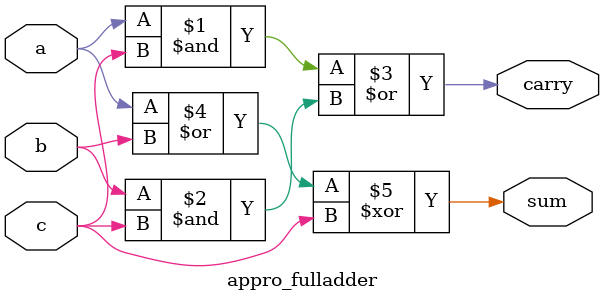
<source format=v>
module appro_fulladder(
    input a,b,c,
    output carry,sum
    );
    assign carry = (a&c)|(b&c);
    assign sum = (a|b)^c;
endmodule

</source>
